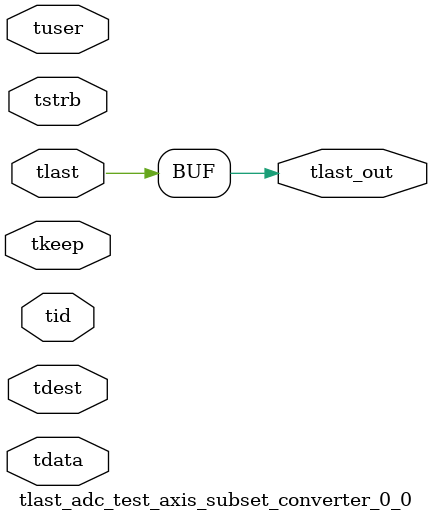
<source format=v>


`timescale 1ps/1ps

module tlast_adc_test_axis_subset_converter_0_0 #
(
parameter C_S_AXIS_TID_WIDTH   = 1,
parameter C_S_AXIS_TUSER_WIDTH = 0,
parameter C_S_AXIS_TDATA_WIDTH = 0,
parameter C_S_AXIS_TDEST_WIDTH = 0
)
(
input  [(C_S_AXIS_TID_WIDTH   == 0 ? 1 : C_S_AXIS_TID_WIDTH)-1:0       ] tid,
input  [(C_S_AXIS_TDATA_WIDTH == 0 ? 1 : C_S_AXIS_TDATA_WIDTH)-1:0     ] tdata,
input  [(C_S_AXIS_TUSER_WIDTH == 0 ? 1 : C_S_AXIS_TUSER_WIDTH)-1:0     ] tuser,
input  [(C_S_AXIS_TDEST_WIDTH == 0 ? 1 : C_S_AXIS_TDEST_WIDTH)-1:0     ] tdest,
input  [(C_S_AXIS_TDATA_WIDTH/8)-1:0 ] tkeep,
input  [(C_S_AXIS_TDATA_WIDTH/8)-1:0 ] tstrb,
input  [0:0]                                                             tlast,
output                                                                   tlast_out
);

assign tlast_out = {tlast};

endmodule


</source>
